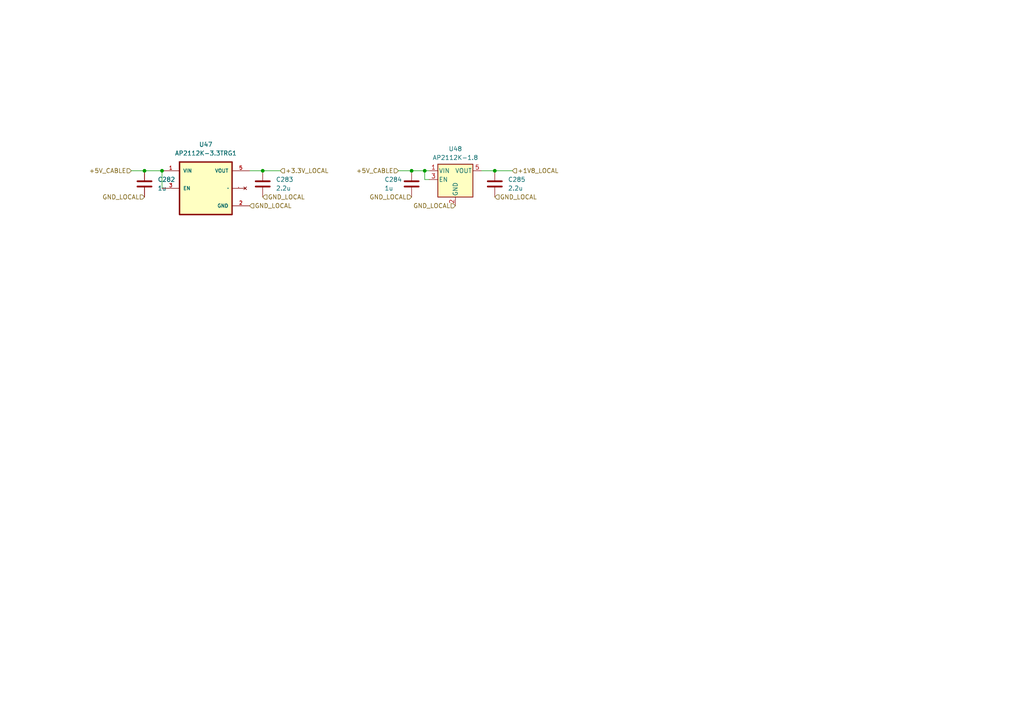
<source format=kicad_sch>
(kicad_sch (version 20250114) (generator "eeschema") (generator_version "9.0")
  (paper "A4")
  (lib_symbols
    (symbol "AP_2112K-1.8:AP2112K-3.3TRG1" (pin_names (offset 1.016))
      (property "Reference" "U" (at -7.663 8.6476 0))
      (property "Value" "AP2112K-3.3TRG1" (at -7.6489 -11.6507 0))
      (symbol "AP2112K-3.3TRG1_0_0"
        (rectangle (start -7.62 7.62) (end 7.62 -7.62) (stroke (width 0.41)) (fill (type background)))
        (pin power_in line (at -12.7 5.08 0) (length 5.08) (name "VIN") (number "1"))
        (pin input line (at -12.7 0 0) (length 5.08) (name "EN") (number "3"))
        (pin power_in line (at 12.7 5.08 180) (length 5.08) (name "VOUT") (number "5"))
        (pin power_in line (at 12.7 -5.08 180) (length 5.08) (name "GND") (number "2"))
      )
      (symbol "AP2112K-3.3TRG1_1_0"
        (pin no_connect line (at 11.43 0 180) (length 3.81) (name "ADJNC") (number "4"))
      )
    )
    (symbol "Device:C" (pin_numbers (hide yes)) (pin_names (offset 0.254))
      (property "Reference" "C" (at 0.635 2.54 0))
      (property "Value" "C" (at 0.635 -2.54 0))
      (symbol "C_0_1"
        (polyline (pts (xy -2.032 0.762) (xy 2.032 0.762)) (stroke (width 0.508)))
        (polyline (pts (xy -2.032 -0.762) (xy 2.032 -0.762)) (stroke (width 0.508)))
      )
      (symbol "C_1_1"
        (pin passive line (at 0 3.81 270) (length 2.794) (name "~") (number "1"))
        (pin passive line (at 0 -3.81 90) (length 2.794) (name "~") (number "2"))
      )
    )
    (symbol "Regulator_Linear:AP2112K-1.8" (pin_names (offset 0.254))
      (property "Reference" "U" (at -5.08 5.715 0))
      (property "Value" "AP2112K-1.8" (at 0 5.715 0))
      (symbol "AP2112K-1.8_0_1"
        (rectangle (start -5.08 4.445) (end 5.08 -5.08) (stroke (width 0.254)) (fill (type background)))
      )
      (symbol "AP2112K-1.8_1_1"
        (pin power_in line (at -7.62 2.54 0) (length 2.54) (name "VIN") (number "1"))
        (pin input line (at -7.62 0 0) (length 2.54) (name "EN") (number "3"))
        (pin power_in line (at 0 -7.62 90) (length 2.54) (name "GND") (number "2"))
        (pin no_connect line (at 5.08 0 180) (length 2.54) (hide yes) (name "NC") (number "4"))
        (pin power_out line (at 7.62 2.54 180) (length 2.54) (name "VOUT") (number "5"))
      )
    )
  )
  (junction (at 46.99 49.53))
  (junction (at 123.19 49.53))
  (junction (at 76.2 49.53))
  (junction (at 143.51 49.53))
  (junction (at 119.38 49.53))
  (junction (at 41.91 49.53))
  (wire (pts (xy 41.91 49.53) (xy 46.99 49.53)))
  (wire (pts (xy 119.38 49.53) (xy 123.19 49.53)))
  (wire (pts (xy 124.46 52.07) (xy 123.19 52.07)))
  (wire (pts (xy 143.51 49.53) (xy 148.59 49.53)))
  (wire (pts (xy 38.1 49.53) (xy 41.91 49.53)))
  (wire (pts (xy 76.2 49.53) (xy 81.28 49.53)))
  (wire (pts (xy 46.99 49.53) (xy 46.99 54.61)))
  (wire (pts (xy 139.7 49.53) (xy 143.51 49.53)))
  (wire (pts (xy 123.19 49.53) (xy 124.46 49.53)))
  (wire (pts (xy 123.19 49.53) (xy 123.19 52.07)))
  (wire (pts (xy 115.57 49.53) (xy 119.38 49.53)))
  (wire (pts (xy 72.39 49.53) (xy 76.2 49.53)))
  (hierarchical_label "GND_LOCAL" (shape input) (at 119.38 57.15 180))
  (hierarchical_label "GND_LOCAL" (shape input) (at 72.39 59.69 0))
  (hierarchical_label "+3.3V_LOCAL" (shape input) (at 81.28 49.53 0))
  (hierarchical_label "GND_LOCAL" (shape input) (at 143.51 57.15 0))
  (hierarchical_label "GND_LOCAL" (shape input) (at 76.2 57.15 0))
  (hierarchical_label "+1V8_LOCAL" (shape input) (at 148.59 49.53 0))
  (hierarchical_label "+5V_CABLE" (shape input) (at 38.1 49.53 180))
  (hierarchical_label "+5V_CABLE" (shape input) (at 115.57 49.53 180))
  (hierarchical_label "GND_LOCAL" (shape input) (at 41.91 57.15 180))
  (hierarchical_label "GND_LOCAL" (shape input) (at 132.08 59.69 180))
  (symbol (lib_id "Device:C") (at 143.51 53.34 180) (unit 1)
    (property "Reference" "C261" (at 147.32 52.0699 0) (effects (justify right)))
    (property "Value" "2.2u" (at 147.32 54.6099 0) (effects (justify right)))
    (property "Footprint" "Capacitor_SMD:C_0603_1608Metric" (effects (hide yes)))
    (property "Description" "Unpolarized capacitor" (effects (hide yes)))
    (property "LCSC Part #" "C23630" (effects (hide yes)))
    (instances (project "AEC_Speaker_Mic_System" (path "" (reference "C285") (unit 1)) (path "" (reference "C261") (unit 1)) (path "" (reference "C296") (unit 1)) (path "" (reference "C304") (unit 1)) (path "" (reference "C277") (unit 1)) (path "" (reference "C268") (unit 1))))
  )
  (symbol (lib_id "Regulator_Linear:AP2112K-1.8") (at 132.08 52.07 0) (unit 1)
    (property "Reference" "U27" (at 132.08 43.18 0))
    (property "Value" "AP2112K-1.8" (at 132.08 45.72 0))
    (property "Footprint" "Package_TO_SOT_SMD:SOT-23-5" (effects (hide yes)))
    (property "Datasheet" "https://www.diodes.com/assets/Datasheets/AP2112.pdf" (effects (hide yes)))
    (property "Description" "600mA low dropout linear regulator, with enable pin, 2.5V-6V input voltage range, 1.8V fixed positive output, SOT-23-5" (effects (hide yes)))
    (instances (project "" (path "" (reference "U48") (unit 1)) (path "" (reference "U27") (unit 1)) (path "" (reference "U56") (unit 1)) (path "" (reference "U63") (unit 1)) (path "" (reference "U41") (unit 1)) (path "" (reference "U30") (unit 1))))
  )
  (symbol (lib_id "Device:C") (at 119.38 53.34 0) (unit 1)
    (property "Reference" "C260" (at 111.506 52.07 0) (effects (justify left)))
    (property "Value" "1u" (at 111.506 54.61 0) (effects (justify left)))
    (property "Footprint" "Inductor_SMD:IND-SMD_L10.4-W10.3" (effects (hide yes)))
    (property "Description" "Unpolarized capacitor" (effects (hide yes)))
    (property "LCSC Part #" "C15849" (effects (hide yes)))
    (instances (project "AEC_Speaker_Mic_System" (path "" (reference "C284") (unit 1)) (path "" (reference "C260") (unit 1)) (path "" (reference "C295") (unit 1)) (path "" (reference "C303") (unit 1)) (path "" (reference "C276") (unit 1)) (path "" (reference "C267") (unit 1))))
  )
  (symbol (lib_id "AP_2112K-1.8:AP2112K-3.3TRG1") (at 59.69 54.61 0) (unit 1)
    (property "Reference" "U26" (at 59.69 41.91 0))
    (property "Value" "AP2112K-3.3TRG1" (at 59.69 44.45 0))
    (property "Footprint" "AP2112K-3.3TRG1:SOT95P285X140-5N" (effects (hide yes)))
    (property "MF" "Diodes Inc." (effects (hide yes)))
    (property "Description_1" "Voltage Regulators, LDO, 600mA CMOS LDO 50mA 3.3V 250mV | Diodes Inc AP2112K-3.3TRG1" (effects (hide yes)))
    (property "Package" "SOT-753 Diodes Inc." (effects (hide yes)))
    (property "Price" "None" (effects (hide yes)))
    (property "Check_prices" "https://www.snapeda.com/parts/AP2112K-3.3TRG1/Diodes+Inc./view-part/?ref=eda" (effects (hide yes)))
    (property "PARTREV" "2-2" (effects (hide yes)))
    (property "SnapEDA_Link" "https://www.snapeda.com/parts/AP2112K-3.3TRG1/Diodes+Inc./view-part/?ref=snap" (effects (hide yes)))
    (property "MP" "AP2112K-3.3TRG1" (effects (hide yes)))
    (property "Availability" "In Stock" (effects (hide yes)))
    (property "MANUFACTURER" "Diodes Inc." (effects (hide yes)))
    (instances (project "AEC_Speaker_Mic_System" (path "" (reference "U47") (unit 1)) (path "" (reference "U26") (unit 1)) (path "" (reference "U55") (unit 1)) (path "" (reference "U62") (unit 1)) (path "" (reference "U40") (unit 1)) (path "" (reference "U29") (unit 1))))
  )
  (symbol (lib_id "Device:C") (at 41.91 53.34 0) (unit 1)
    (property "Reference" "C258" (at 45.72 52.0699 0) (effects (justify left)))
    (property "Value" "1u" (at 45.72 54.6099 0) (effects (justify left)))
    (property "Footprint" "Capacitor_SMD:C_0603_1608Metric" (effects (hide yes)))
    (property "Description" "Unpolarized capacitor" (effects (hide yes)))
    (property "LCSC Part #" "C15849" (effects (hide yes)))
    (instances (project "AEC_Speaker_Mic_System" (path "" (reference "C282") (unit 1)) (path "" (reference "C258") (unit 1)) (path "" (reference "C293") (unit 1)) (path "" (reference "C301") (unit 1)) (path "" (reference "C274") (unit 1)) (path "" (reference "C265") (unit 1))))
  )
  (symbol (lib_id "Device:C") (at 76.2 53.34 180) (unit 1)
    (property "Reference" "C259" (at 80.01 52.0699 0) (effects (justify right)))
    (property "Value" "2.2u" (at 80.01 54.6099 0) (effects (justify right)))
    (property "Footprint" "Capacitor_SMD:C_0603_1608Metric" (effects (hide yes)))
    (property "Description" "Unpolarized capacitor" (effects (hide yes)))
    (property "LCSC Part #" "C23630" (effects (hide yes)))
    (instances (project "AEC_Speaker_Mic_System" (path "" (reference "C283") (unit 1)) (path "" (reference "C259") (unit 1)) (path "" (reference "C294") (unit 1)) (path "" (reference "C302") (unit 1)) (path "" (reference "C275") (unit 1)) (path "" (reference "C266") (unit 1))))
  )
)
</source>
